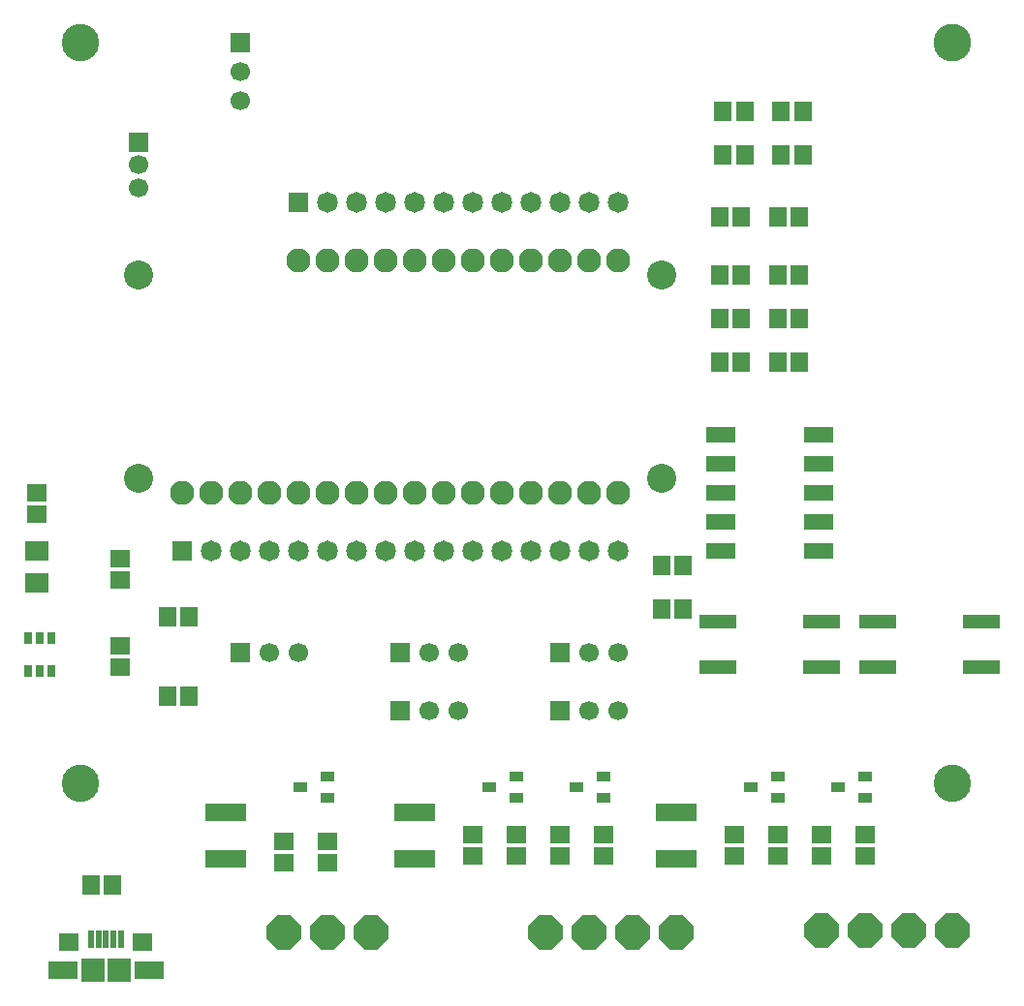
<source format=gbr>
G04 DipTrace 3.3.1.3*
G04 TopMask.gbr*
%MOIN*%
G04 #@! TF.FileFunction,Soldermask,Top*
G04 #@! TF.Part,Single*
%AMOUTLINE1*
4,1,8,
0.0585,0.024232,
0.0585,-0.024232,
0.024232,-0.0585,
-0.024232,-0.0585,
-0.0585,-0.024232,
-0.0585,0.024232,
-0.024232,0.0585,
0.024232,0.0585,
0.0585,0.024232,
0*%
%ADD43C,0.1285*%
%ADD44C,0.13*%
%ADD45C,0.1*%
%ADD53R,0.078746X0.070872*%
%ADD55R,0.025597X0.041345*%
%ADD57C,0.08288*%
%ADD59R,0.049219X0.033471*%
%ADD61R,0.103943X0.056305*%
%ADD63R,0.129927X0.04725*%
%ADD65R,0.141738X0.062998*%
%ADD67C,0.07166*%
%ADD69R,0.07166X0.07166*%
%ADD71R,0.078746X0.082683*%
%ADD73R,0.098431X0.059061*%
%ADD75R,0.070872X0.062998*%
%ADD77R,0.023628X0.06103*%
%ADD79C,0.066935*%
%ADD81R,0.066935X0.066935*%
%ADD83R,0.059061X0.066935*%
%ADD85R,0.066935X0.059061*%
%ADD93OUTLINE1*%
%FSLAX26Y26*%
G04*
G70*
G90*
G75*
G01*
G04 TopMask*
%LPD*%
D85*
X781200Y1568700D3*
Y1493897D3*
Y1793700D3*
Y1868503D3*
D83*
X3131003Y3406200D3*
X3056200D3*
X3131003Y3256200D3*
X3056200D3*
X3118503Y3043700D3*
X3043700D3*
X3118503Y2843700D3*
X3043700D3*
X3118503Y2693700D3*
X3043700D3*
X3118503Y2543700D3*
X3043700D3*
D43*
X643700Y1093700D3*
X3643700D3*
D44*
Y3643700D3*
D43*
X643700D3*
D81*
X1193700Y1543700D3*
D79*
X1293700D3*
X1393700D3*
D77*
X681200Y556200D3*
X706791D3*
X732381D3*
X757972D3*
X783562D3*
D75*
X606397Y547342D3*
X858365D3*
D73*
X584743Y450885D3*
X880019D3*
D71*
X687106D3*
X777657D3*
D79*
X843700Y3143700D3*
Y3222440D3*
D81*
Y3301180D3*
X1193700Y3643700D3*
D79*
Y3543700D3*
Y3443700D3*
D93*
X1343700Y581200D3*
X1493700D3*
X1643700D3*
D81*
X1743700Y1543700D3*
D79*
X1843700D3*
X1943700D3*
D81*
X1743700Y1343700D3*
D79*
X1843700D3*
X1943700D3*
D93*
X2243700Y581200D3*
X2393700D3*
X2543700D3*
X2693700D3*
D81*
X2293700Y1543700D3*
D79*
X2393700D3*
X2493700D3*
D81*
X2293700Y1343700D3*
D79*
X2393700D3*
X2493700D3*
D93*
X3193700Y587451D3*
X3343700D3*
X3493700D3*
X3643700D3*
D69*
X993700Y1893700D3*
D67*
X1093700D3*
X1193700D3*
X1293700D3*
X1393700D3*
X1493700D3*
X1593700D3*
X1693700D3*
X1793700D3*
X1893700D3*
X1993700D3*
X2093700D3*
X2193700D3*
X2293700D3*
X2393700D3*
X2493700D3*
D69*
X1393700Y3093700D3*
D67*
X1493700D3*
X1593700D3*
X1693700D3*
X1793700D3*
X1893700D3*
X1993700D3*
X2093700D3*
X2193700D3*
X2293700D3*
X2393700D3*
X2493700D3*
D65*
X1143700Y993700D3*
Y832283D3*
X1793700Y993700D3*
Y832283D3*
X2693700Y993700D3*
Y832283D3*
D83*
X943700Y1668700D3*
X1018503D3*
X943700Y1393700D3*
X1018503D3*
X2856200Y3406200D3*
X2931003D3*
X2856200Y3256200D3*
X2931003D3*
X2843700Y3043700D3*
X2918503D3*
X2843700Y2843700D3*
X2918503D3*
X2843700Y2693700D3*
X2918503D3*
X2843700Y2543700D3*
X2918503D3*
D85*
X493700Y2018897D3*
Y2093700D3*
D83*
X2643700Y1843700D3*
X2718503D3*
X2643700Y1693700D3*
X2718503D3*
D85*
X1343700Y818897D3*
Y893700D3*
X1493700D3*
Y818897D3*
X2143700Y918503D3*
Y843700D3*
X1993700Y918503D3*
Y843700D3*
X2443700Y918503D3*
Y843700D3*
X2293700Y918503D3*
Y843700D3*
X3043700Y918503D3*
Y843700D3*
X2893700Y918503D3*
Y843700D3*
X3343700Y918503D3*
Y843700D3*
X3193700Y918503D3*
Y843700D3*
D83*
X681200Y743700D3*
X756003D3*
D63*
X3193700Y1493700D3*
X2839369D3*
X3193700Y1651180D3*
X2839369D3*
X3743700Y1493700D3*
X3389369D3*
X3743700Y1651180D3*
X3389369D3*
D61*
X2847243Y2293700D3*
Y2193700D3*
Y2093700D3*
Y1993700D3*
Y1893700D3*
X3185826D3*
Y1993700D3*
Y2093700D3*
Y2193700D3*
Y2293700D3*
D59*
X1493700Y1043700D3*
Y1118503D3*
X1403149Y1081102D3*
X2143700Y1043700D3*
Y1118503D3*
X2053149Y1081102D3*
X2443700Y1043700D3*
Y1118503D3*
X2353149Y1081102D3*
X3043700Y1043700D3*
Y1118503D3*
X2953149Y1081102D3*
X3343700Y1043700D3*
Y1118503D3*
X3253149Y1081102D3*
D57*
X993700Y2093700D3*
X1093700D3*
X1193700D3*
X1293700D3*
X1393700D3*
X1493700D3*
X1593700D3*
X1693700D3*
X1793700D3*
X1893700D3*
X1993700D3*
X2093700D3*
X2193700D3*
X2293700D3*
X2393700D3*
X2493700D3*
Y2893700D3*
X2393700D3*
X2293700D3*
X2193700D3*
X2093700D3*
X1993700D3*
X1893700D3*
X1793700D3*
X1693700D3*
X1593700D3*
X1493700D3*
X1393700D3*
D45*
X2643700Y2143700D3*
Y2843700D3*
X843700Y2143700D3*
Y2843700D3*
D55*
X543700Y1593700D3*
X504330D3*
X464960D3*
X543700Y1479527D3*
X504330D3*
X464960D3*
D53*
X493700Y1893700D3*
Y1783464D3*
M02*

</source>
